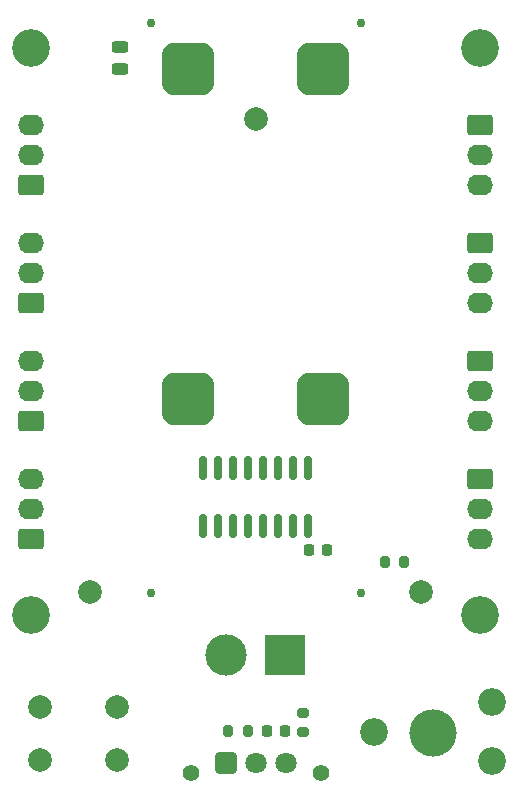
<source format=gts>
%TF.GenerationSoftware,KiCad,Pcbnew,7.0.9*%
%TF.CreationDate,2023-11-19T18:12:56+00:00*%
%TF.ProjectId,12v-jelly,3132762d-6a65-46c6-9c79-2e6b69636164,rev?*%
%TF.SameCoordinates,Original*%
%TF.FileFunction,Soldermask,Top*%
%TF.FilePolarity,Negative*%
%FSLAX46Y46*%
G04 Gerber Fmt 4.6, Leading zero omitted, Abs format (unit mm)*
G04 Created by KiCad (PCBNEW 7.0.9) date 2023-11-19 18:12:56*
%MOMM*%
%LPD*%
G01*
G04 APERTURE LIST*
G04 Aperture macros list*
%AMRoundRect*
0 Rectangle with rounded corners*
0 $1 Rounding radius*
0 $2 $3 $4 $5 $6 $7 $8 $9 X,Y pos of 4 corners*
0 Add a 4 corners polygon primitive as box body*
4,1,4,$2,$3,$4,$5,$6,$7,$8,$9,$2,$3,0*
0 Add four circle primitives for the rounded corners*
1,1,$1+$1,$2,$3*
1,1,$1+$1,$4,$5*
1,1,$1+$1,$6,$7*
1,1,$1+$1,$8,$9*
0 Add four rect primitives between the rounded corners*
20,1,$1+$1,$2,$3,$4,$5,0*
20,1,$1+$1,$4,$5,$6,$7,0*
20,1,$1+$1,$6,$7,$8,$9,0*
20,1,$1+$1,$8,$9,$2,$3,0*%
G04 Aperture macros list end*
%ADD10RoundRect,0.150000X-0.150000X0.825000X-0.150000X-0.825000X0.150000X-0.825000X0.150000X0.825000X0*%
%ADD11C,3.200000*%
%ADD12RoundRect,0.200000X0.200000X0.275000X-0.200000X0.275000X-0.200000X-0.275000X0.200000X-0.275000X0*%
%ADD13RoundRect,0.250000X-0.845000X0.620000X-0.845000X-0.620000X0.845000X-0.620000X0.845000X0.620000X0*%
%ADD14O,2.190000X1.740000*%
%ADD15RoundRect,1.111250X1.111250X-1.111250X1.111250X1.111250X-1.111250X1.111250X-1.111250X-1.111250X0*%
%ADD16C,1.700000*%
%ADD17RoundRect,0.200000X0.275000X-0.200000X0.275000X0.200000X-0.275000X0.200000X-0.275000X-0.200000X0*%
%ADD18RoundRect,0.250000X0.845000X-0.620000X0.845000X0.620000X-0.845000X0.620000X-0.845000X-0.620000X0*%
%ADD19C,2.000000*%
%ADD20RoundRect,0.243750X-0.456250X0.243750X-0.456250X-0.243750X0.456250X-0.243750X0.456250X0.243750X0*%
%ADD21RoundRect,0.225000X0.225000X0.250000X-0.225000X0.250000X-0.225000X-0.250000X0.225000X-0.250000X0*%
%ADD22RoundRect,0.200000X-0.200000X-0.275000X0.200000X-0.275000X0.200000X0.275000X-0.200000X0.275000X0*%
%ADD23RoundRect,0.248400X-0.651600X-0.651600X0.651600X-0.651600X0.651600X0.651600X-0.651600X0.651600X0*%
%ADD24C,1.800000*%
%ADD25RoundRect,0.225000X-0.225000X-0.250000X0.225000X-0.250000X0.225000X0.250000X-0.225000X0.250000X0*%
%ADD26C,4.000000*%
%ADD27C,2.340000*%
%ADD28C,0.762000*%
%ADD29C,1.400000*%
%ADD30R,3.500000X3.500000*%
%ADD31C,3.500000*%
G04 APERTURE END LIST*
D10*
%TO.C,U1*%
X84445000Y-59525000D03*
X83175000Y-59525000D03*
X81905000Y-59525000D03*
X80635000Y-59525000D03*
X79365000Y-59525000D03*
X78095000Y-59525000D03*
X76825000Y-59525000D03*
X75555000Y-59525000D03*
X75555000Y-64475000D03*
X76825000Y-64475000D03*
X78095000Y-64475000D03*
X79365000Y-64475000D03*
X80635000Y-64475000D03*
X81905000Y-64475000D03*
X83175000Y-64475000D03*
X84445000Y-64475000D03*
%TD*%
D11*
%TO.C,H1*%
X61000000Y-24000000D03*
%TD*%
D12*
%TO.C,R1*%
X92575000Y-67500000D03*
X90925000Y-67500000D03*
%TD*%
D13*
%TO.C,J6*%
X99000000Y-30460000D03*
D14*
X99000000Y-33000000D03*
X99000000Y-35540000D03*
%TD*%
D15*
%TO.C,U3*%
X74285000Y-53670000D03*
D16*
X73015000Y-52400000D03*
X75555000Y-52400000D03*
D15*
X85715000Y-53670000D03*
D16*
X84445000Y-52400000D03*
X86985000Y-52400000D03*
X73015000Y-27000000D03*
X75555000Y-27000000D03*
D15*
X74285000Y-25730000D03*
D16*
X84445000Y-27000000D03*
X86985000Y-27000000D03*
D15*
X85715000Y-25730000D03*
%TD*%
D17*
%TO.C,R2*%
X84000000Y-81890000D03*
X84000000Y-80240000D03*
%TD*%
D18*
%TO.C,J8*%
X61000000Y-45540000D03*
D14*
X61000000Y-43000000D03*
X61000000Y-40460000D03*
%TD*%
D11*
%TO.C,H6*%
X61000000Y-72000000D03*
%TD*%
%TO.C,H2*%
X99000000Y-24000000D03*
%TD*%
D19*
%TO.C,SW2*%
X68250000Y-84250000D03*
X61750000Y-84250000D03*
X68250000Y-79750000D03*
X61750000Y-79750000D03*
%TD*%
D13*
%TO.C,J5*%
X99000000Y-40460000D03*
D14*
X99000000Y-43000000D03*
X99000000Y-45540000D03*
%TD*%
D20*
%TO.C,D1*%
X68500000Y-23875000D03*
X68500000Y-25750000D03*
%TD*%
D18*
%TO.C,J9*%
X61000000Y-55540000D03*
D14*
X61000000Y-53000000D03*
X61000000Y-50460000D03*
%TD*%
D21*
%TO.C,C2*%
X82525000Y-81815000D03*
X80975000Y-81815000D03*
%TD*%
D18*
%TO.C,J7*%
X61000000Y-35540000D03*
D14*
X61000000Y-33000000D03*
X61000000Y-30460000D03*
%TD*%
D19*
%TO.C,FID2*%
X66000000Y-70000000D03*
%TD*%
D18*
%TO.C,J10*%
X61000000Y-65540000D03*
D14*
X61000000Y-63000000D03*
X61000000Y-60460000D03*
%TD*%
D22*
%TO.C,R3*%
X77675000Y-81815000D03*
X79325000Y-81815000D03*
%TD*%
D13*
%TO.C,J4*%
X98980000Y-50460000D03*
D14*
X98980000Y-53000000D03*
X98980000Y-55540000D03*
%TD*%
D19*
%TO.C,FID3*%
X94000000Y-70000000D03*
%TD*%
D13*
%TO.C,J3*%
X99000000Y-60460000D03*
D14*
X99000000Y-63000000D03*
X99000000Y-65540000D03*
%TD*%
D23*
%TO.C,U4*%
X77460000Y-84500000D03*
D24*
X80000000Y-84500000D03*
X82540000Y-84500000D03*
%TD*%
D11*
%TO.C,H5*%
X99000000Y-72000000D03*
%TD*%
D19*
%TO.C,FID1*%
X80000000Y-30000000D03*
%TD*%
D25*
%TO.C,C1*%
X84475000Y-66500000D03*
X86025000Y-66500000D03*
%TD*%
D26*
%TO.C,RV1*%
X95000000Y-82000000D03*
D27*
X100000000Y-79350000D03*
X90000000Y-81850000D03*
X100000000Y-84350000D03*
%TD*%
D28*
%TO.C,U2*%
X88890000Y-70130000D03*
X88890000Y-21870000D03*
X71110000Y-70130000D03*
X71110000Y-21870000D03*
%TD*%
D29*
%TO.C,J1*%
X74500000Y-85325000D03*
X85500000Y-85325000D03*
D30*
X82500000Y-75325000D03*
D31*
X77500000Y-75325000D03*
%TD*%
M02*

</source>
